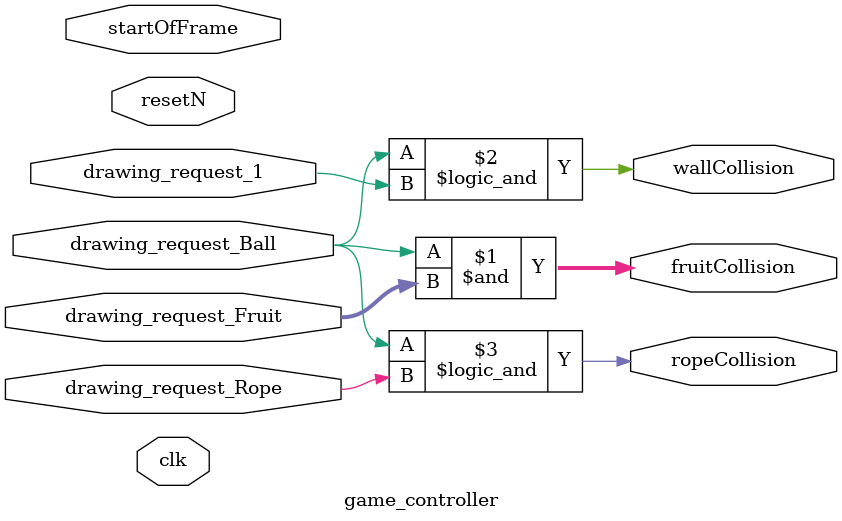
<source format=sv>



module	game_controller	(	
			input	logic	clk,
			input	logic	resetN,
			input	logic	startOfFrame,  // short pulse every start of frame 30Hz 
			input	logic	drawing_request_Ball,
			input	logic	drawing_request_1,
			input logic [4:0] drawing_request_Fruit,
			input logic drawing_request_Rope,
			
			output logic wallCollision, // active in case of collision between two objects
			output logic ropeCollision, // active in case of collision between monkey and rope
			output logic [4:0] fruitCollision //active in case of collision between monkey and fruit
);

// drawing_request_Ball   -->  smiley
// drawing_request_1      -->  brackets
// drawing_request_2      -->  number/box 

assign fruitCollision = drawing_request_Ball & drawing_request_Fruit;

assign wallCollision = (drawing_request_Ball &&  drawing_request_1);// collision between monkey and walls
assign ropeCollision = (drawing_request_Ball &&  drawing_request_Rope); // collision with monkey and rope


logic flag ; // a semaphore to set the output only once per frame / regardless of the number of collisions 

always_ff@(posedge clk or negedge resetN)
begin
	if(!resetN)
	begin 
		flag	<= 1'b0;
	end 
	else begin 
			if(startOfFrame) 
				flag = 1'b0 ; // reset for next time 
				

if ( wallCollision  && (flag == 1'b0)) begin 
			flag	<= 1'b1; // to enter only once 
		end
	end 
end

endmodule

</source>
